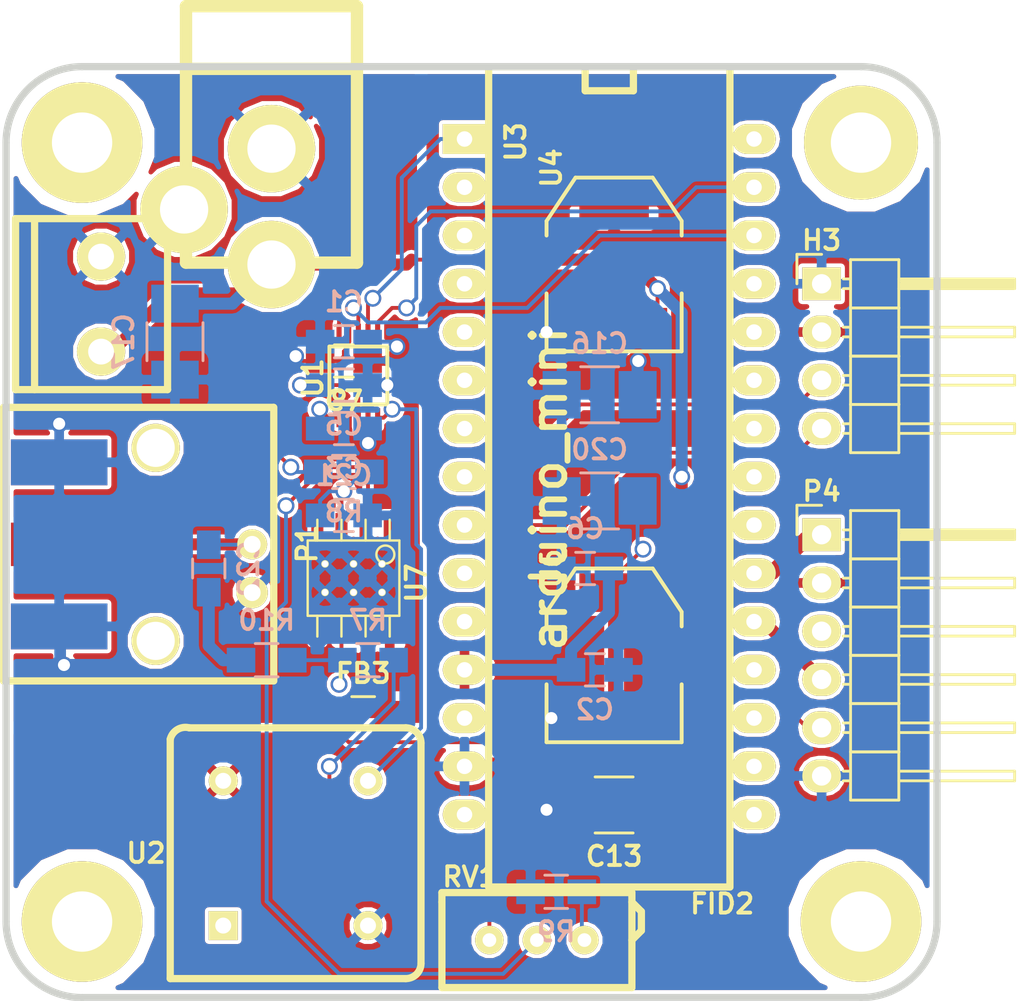
<source format=kicad_pcb>
(kicad_pcb (version 4) (host pcbnew 4.0.1-stable)
  (title_block (date "10 jun 2013"))
  (layers (0 Front signal) (31 Back signal hide) (35 F.Paste user hide) (36 B.SilkS user hide) (37 F.SilkS user hide) (38 B.Mask user) (39 F.Mask user) (44 Edge.Cuts user))
  (net 0 "")
  (net 1 "/Analog/Digital LDOs/AVDD")
  (net 2 "/Analog/Digital LDOs/DVDD")
  (net 3 "/Analog/Digital LDOs/VAOUT")
  (net 4 "/Analog/Digital LDOs/VIN")
  (net 5 "/Buffer Amplifier/AO")
  (net 6 "/Buffer Amplifier/RF-IN")
  (net 7 "/Buffer Amplifier/RF-OUT")
  (net 8 /DDS/DDS-~CS)
  (net 9 /DDS/MCLK)
  (net 10 /DDS/REFCAP)
  (net 11 /Microprocessor/DDS-MOSI)
  (net 12 /Microprocessor/DDS-SCK)
  (net 13 "Net-(C3-Pad1)")
  (net 14 "Net-(C21-Pad2)")
  (net 15 "Net-(C22-Pad1)")
  (net 16 "Net-(H3-Pad3)")
  (net 17 "Net-(H3-Pad4)")
  (net 18 "Net-(R7-Pad1)")
  (net 19 "Net-(R9-Pad2)")
  (net 20 "Net-(RV1-Pad2)")
  (net 21 "Net-(P4-Pad4)")
  (net 22 "Net-(P4-Pad1)")
  (net 23 "Net-(P4-Pad5)")
  (net 24 "/Buffer Amplifier/AGND")
  (module arduino:arduino_mini (layer Front) (at 31.75 22.86 270)
    (fp_text reference U3 (at -18.8976 4.9276 270) (layer F.SilkS) (effects (font (size 1.016 1.016) (thickness 0.2032))))
    (fp_text value arduino_mini (at -0.635 3.175 270) (layer F.SilkS) (effects (font (size 1.778 1.778) (thickness 0.3048))))
    (pad 1 thru_hole rect (at -19.05 7.62 270) (size 1.5748 2.286) (drill 0.8128) (layers *.Cu *.Mask F.SilkS) (net 12 /Microprocessor/DDS-SCK))
    (pad 2 thru_hole oval (at -16.51 7.62 270) (size 1.5748 2.286) (drill 0.8128) (layers *.Cu *.Mask F.SilkS))
    (pad 3 thru_hole oval (at -13.97 7.62 270) (size 1.5748 2.286) (drill 0.8128) (layers *.Cu *.Mask F.SilkS))
    (pad 4 thru_hole oval (at -11.43 7.62 270) (size 1.5748 2.286) (drill 0.8128) (layers *.Cu *.Mask F.SilkS))
    (pad 5 thru_hole oval (at -8.89 7.62 270) (size 1.5748 2.286) (drill 0.8128) (layers *.Cu *.Mask F.SilkS))
    (pad 6 thru_hole oval (at -6.35 7.62 270) (size 1.5748 2.286) (drill 0.8128) (layers *.Cu *.Mask F.SilkS))
    (pad 7 thru_hole oval (at -3.81 7.62 270) (size 1.5748 2.286) (drill 0.8128) (layers *.Cu *.Mask F.SilkS))
    (pad 8 thru_hole oval (at -1.27 7.62 270) (size 1.5748 2.286) (drill 0.8128) (layers *.Cu *.Mask F.SilkS) (net 16 "Net-(H3-Pad3)"))
    (pad 9 thru_hole oval (at 1.27 7.62 270) (size 1.5748 2.286) (drill 0.8128) (layers *.Cu *.Mask F.SilkS) (net 17 "Net-(H3-Pad4)"))
    (pad 10 thru_hole oval (at 3.81 7.62 270) (size 1.5748 2.286) (drill 0.8128) (layers *.Cu *.Mask F.SilkS))
    (pad 11 thru_hole oval (at 6.35 7.62 270) (size 1.5748 2.286) (drill 0.8128) (layers *.Cu *.Mask F.SilkS))
    (pad 12 thru_hole oval (at 8.89 7.62 270) (size 1.5748 2.286) (drill 0.8128) (layers *.Cu *.Mask F.SilkS) (net 2 "/Analog/Digital LDOs/DVDD"))
    (pad 13 thru_hole oval (at 11.43 7.62 270) (size 1.5748 2.286) (drill 0.8128) (layers *.Cu *.Mask F.SilkS))
    (pad 14 thru_hole oval (at 13.97 7.62 270) (size 1.5748 2.286) (drill 0.8128) (layers *.Cu *.Mask F.SilkS) (net 24 "/Buffer Amplifier/AGND"))
    (pad 15 thru_hole oval (at 16.51 7.62 270) (size 1.5748 2.286) (drill 0.8128) (layers *.Cu *.Mask F.SilkS))
    (pad 16 thru_hole oval (at 16.51 -7.62 270) (size 1.5748 2.286) (drill 0.8128) (layers *.Cu *.Mask F.SilkS))
    (pad 17 thru_hole oval (at 13.97 -7.62 270) (size 1.5748 2.286) (drill 0.8128) (layers *.Cu *.Mask F.SilkS))
    (pad 18 thru_hole oval (at 11.43 -7.62 270) (size 1.5748 2.286) (drill 0.8128) (layers *.Cu *.Mask F.SilkS))
    (pad 19 thru_hole oval (at 8.89 -7.62 270) (size 1.5748 2.286) (drill 0.8128) (layers *.Cu *.Mask F.SilkS))
    (pad 20 thru_hole oval (at 6.35 -7.62 270) (size 1.5748 2.286) (drill 0.8128) (layers *.Cu *.Mask F.SilkS) (net 21 "Net-(P4-Pad4)"))
    (pad 21 thru_hole oval (at 3.81 -7.62 270) (size 1.5748 2.286) (drill 0.8128) (layers *.Cu *.Mask F.SilkS) (net 22 "Net-(P4-Pad1)"))
    (pad 22 thru_hole oval (at 1.27 -7.62 270) (size 1.5748 2.286) (drill 0.8128) (layers *.Cu *.Mask F.SilkS) (net 23 "Net-(P4-Pad5)"))
    (pad 23 thru_hole oval (at -1.27 -7.62 270) (size 1.5748 2.286) (drill 0.8128) (layers *.Cu *.Mask F.SilkS))
    (pad 24 thru_hole oval (at -3.81 -7.62 270) (size 1.5748 2.286) (drill 0.8128) (layers *.Cu *.Mask F.SilkS))
    (pad 25 thru_hole oval (at -6.35 -7.62 270) (size 1.5748 2.286) (drill 0.8128) (layers *.Cu *.Mask F.SilkS))
    (pad 26 thru_hole oval (at -8.89 -7.62 270) (size 1.5748 2.286) (drill 0.8128) (layers *.Cu *.Mask F.SilkS))
    (pad 27 thru_hole oval (at -11.43 -7.62 270) (size 1.5748 2.286) (drill 0.8128) (layers *.Cu *.Mask F.SilkS))
    (pad 28 thru_hole oval (at -13.97 -7.62 270) (size 1.5748 2.286) (drill 0.8128) (layers *.Cu *.Mask F.SilkS) (net 8 /DDS/DDS-~CS))
    (pad 29 thru_hole oval (at -16.51 -7.62 270) (size 1.5748 2.286) (drill 0.8128) (layers *.Cu *.Mask F.SilkS) (net 11 /Microprocessor/DDS-MOSI))
    (pad 30 thru_hole oval (at -19.05 -7.62 270) (size 1.5748 2.286) (drill 0.8128) (layers *.Cu *.Mask F.SilkS))
  )
  (module SOT223 (layer Front) (at 32.004 30.988)
    (fp_text reference U6 (at -3.302 -4.572 90) (layer F.SilkS) (effects (font (size 1.016 1.016) (thickness 0.2032))))
    (fp_text value TLV1117-50CDCYR hide)
    (pad 4 smd rect (at 0 -3.302) (size 3.6576 2.032) (layers Front F.Paste F.Mask) (net 3 "/Analog/Digital LDOs/VAOUT"))
    (pad 2 smd rect (at 0 3.302) (size 1.016 2.032) (layers Front F.Paste F.Mask) (net 3 "/Analog/Digital LDOs/VAOUT"))
    (pad 3 smd rect (at 2.286 3.302) (size 1.016 2.032) (layers Front F.Paste F.Mask) (net 4 "/Analog/Digital LDOs/VIN"))
    (pad 1 smd rect (at -2.286 3.302) (size 1.016 2.032) (layers Front F.Paste F.Mask) (net 24 "/Buffer Amplifier/AGND"))
  )
  (module SOT223 (layer Front) (at 32.004 10.414)
    (fp_text reference U4 (at -3.302 -5.08 90) (layer F.SilkS) (effects (font (size 1.016 1.016) (thickness 0.2032))))
    (fp_text value TLV1117-50CDCYR hide)
    (pad 4 smd rect (at 0 -3.302) (size 3.6576 2.032) (layers Front F.Paste F.Mask) (net 2 "/Analog/Digital LDOs/DVDD"))
    (pad 2 smd rect (at 0 3.302) (size 1.016 2.032) (layers Front F.Paste F.Mask) (net 2 "/Analog/Digital LDOs/DVDD"))
    (pad 3 smd rect (at 2.286 3.302) (size 1.016 2.032) (layers Front F.Paste F.Mask) (net 4 "/Analog/Digital LDOs/VIN"))
    (pad 1 smd rect (at -2.286 3.302) (size 1.016 2.032) (layers Front F.Paste F.Mask) (net 24 "/Buffer Amplifier/AGND"))
  )
  (module MTG-4-40 (layer Front) (at 4 4)
    (fp_text reference MTG1 hide)
    (fp_text value CONN_1 hide)
    (pad 1 thru_hole circle (at 0 0) (size 6.35 6.35) (drill 3.175) (layers *.Cu *.Mask F.SilkS))
  )
  (module MTG-4-40 (layer Front) (at 45 4)
    (fp_text reference MTG2 hide)
    (fp_text value CONN_1 hide)
    (pad 1 thru_hole circle (at 0 0) (size 6 6) (drill 3.175) (layers *.Cu *.Mask F.SilkS))
  )
  (module MTG-4-40 (layer Front) (at 4 45)
    (fp_text reference MTG3 hide)
    (fp_text value CONN_1 hide)
    (pad 1 thru_hole circle (at 0 0) (size 6.35 6.35) (drill 3.175) (layers *.Cu *.Mask F.SilkS))
  )
  (module MTG-4-40 (layer Front) (at 45 45)
    (fp_text reference MTG4 hide)
    (fp_text value CONN_1 hide)
    (pad 1 thru_hole circle (at 0 0) (size 6.35 6.35) (drill 3.175) (layers *.Cu *.Mask F.SilkS))
  )
  (module MSOP10-0.5 (layer Front) (at 18.542 16.256)
    (fp_text reference U1 (at -2.398 0.128 90) (layer F.SilkS) (effects (font (size 1.016 1.016) (thickness 0.2032))))
    (fp_text value AD9833 hide)
    (pad 1 smd rect (at -1.016 2.2225) (size 0.26924 1.00076) (layers Front F.Paste F.Mask) (net 13 "Net-(C3-Pad1)"))
    (pad 2 smd rect (at -0.508 2.2225) (size 0.26924 1.00076) (layers Front F.Paste F.Mask) (net 1 "/Analog/Digital LDOs/AVDD"))
    (pad 3 smd rect (at 0 2.2225) (size 0.26924 1.00076) (layers Front F.Paste F.Mask) (net 10 /DDS/REFCAP))
    (pad 4 smd rect (at 0.508 2.2225) (size 0.26924 1.00076) (layers Front F.Paste F.Mask) (net 24 "/Buffer Amplifier/AGND"))
    (pad 5 smd rect (at 1.016 2.2225) (size 0.26924 1.00076) (layers Front F.Paste F.Mask) (net 9 /DDS/MCLK))
    (pad 6 smd rect (at 1.016 -2.2225) (size 0.26924 1.00076) (layers Front F.Paste F.Mask) (net 11 /Microprocessor/DDS-MOSI))
    (pad 7 smd rect (at 0.508 -2.2225) (size 0.26924 1.00076) (layers Front F.Paste F.Mask) (net 12 /Microprocessor/DDS-SCK))
    (pad 8 smd rect (at 0 -2.2225) (size 0.26924 1.00076) (layers Front F.Paste F.Mask) (net 8 /DDS/DDS-~CS))
    (pad 9 smd rect (at -0.508 -2.2225) (size 0.26924 1.00076) (layers Front F.Paste F.Mask) (net 24 "/Buffer Amplifier/AGND"))
    (pad 10 smd rect (at -1.016 -2.2225) (size 0.26924 1.00076) (layers Front F.Paste F.Mask) (net 6 "/Buffer Amplifier/RF-IN"))
  )
  (module OSC-ACHL (layer Front) (at 15.24 41.402)
    (fp_text reference U2 (at -7.874 0) (layer F.SilkS) (effects (font (size 1.016 1.016) (thickness 0.2032))))
    (fp_text value 25.000MHz hide)
    (pad 1 thru_hole rect (at -3.81 3.81) (size 1.524 1.524) (drill 0.8382) (layers *.Cu *.Mask F.SilkS))
    (pad 4 thru_hole circle (at 3.81 3.81) (size 1.524 1.524) (drill 0.8382) (layers *.Cu *.Mask F.SilkS) (net 24 "/Buffer Amplifier/AGND"))
    (pad 5 thru_hole circle (at 3.81 -3.81) (size 1.524 1.524) (drill 0.8382) (layers *.Cu *.Mask F.SilkS) (net 9 /DDS/MCLK))
    (pad 8 thru_hole circle (at -3.81 -3.81) (size 1.524 1.524) (drill 0.8382) (layers *.Cu *.Mask F.SilkS) (net 2 "/Analog/Digital LDOs/DVDD"))
  )
  (module POT-5X10MM (layer Front) (at 27.94 45.974 180)
    (fp_text reference RV1 (at 3.5306 3.3274 180) (layer F.SilkS) (effects (font (size 1.016 1.016) (thickness 0.2032))))
    (fp_text value 100K hide)
    (pad 1 thru_hole circle (at 2.5 0 180) (size 1.5 1.5) (drill 0.72) (layers *.Cu *.Mask F.SilkS) (net 18 "Net-(R7-Pad1)"))
    (pad 2 thru_hole circle (at 0 0 180) (size 1.5 1.5) (drill 0.72) (layers *.Cu *.Mask F.SilkS) (net 20 "Net-(RV1-Pad2)"))
    (pad 3 thru_hole circle (at -2.5 0 180) (size 1.5 1.5) (drill 0.72) (layers *.Cu *.Mask F.SilkS) (net 19 "Net-(R9-Pad2)"))
  )
  (module HSOP-8 (layer Front) (at 18.288 26.924 180)
    (fp_text reference U7 (at -3.302 -0.254 270) (layer F.SilkS) (effects (font (size 1.016 1.016) (thickness 0.2032))))
    (fp_text value OPA357-MSOP8 hide)
    (pad 1 smd rect (at -1.905 2.794 180) (size 0.635 1.27) (layers Front F.Paste F.Mask))
    (pad 2 smd rect (at -0.635 2.794 180) (size 0.635 1.27) (layers Front F.Paste F.Mask) (net 20 "Net-(RV1-Pad2)"))
    (pad 3 smd rect (at 0.635 2.794 180) (size 0.635 1.27) (layers Front F.Paste F.Mask) (net 14 "Net-(C21-Pad2)"))
    (pad 4 smd rect (at 1.905 2.794 180) (size 0.635 1.27) (layers Front F.Paste F.Mask) (net 24 "/Buffer Amplifier/AGND"))
    (pad 5 smd rect (at 1.905 -2.794 180) (size 0.635 1.27) (layers Front F.Paste F.Mask))
    (pad 6 smd rect (at 0.635 -2.794 180) (size 0.635 1.27) (layers Front F.Paste F.Mask) (net 5 "/Buffer Amplifier/AO"))
    (pad 7 smd rect (at -0.635 -2.794 180) (size 0.635 1.27) (layers Front F.Paste F.Mask) (net 1 "/Analog/Digital LDOs/AVDD"))
    (pad 8 smd rect (at -1.905 -2.794 180) (size 0.635 1.27) (layers Front F.Paste F.Mask) (net 1 "/Analog/Digital LDOs/AVDD"))
    (pad 9 smd rect (at 0 0 180) (size 4.89 2.94) (layers Front F.Paste F.Mask) (net 24 "/Buffer Amplifier/AGND"))
    (pad 9 thru_hole circle (at 1.5 -0.75 180) (size 0.4 0.4) (drill 0.33) (layers *.Cu *.Mask F.SilkS) (net 24 "/Buffer Amplifier/AGND"))
    (pad 9 thru_hole circle (at 0 -0.75 180) (size 0.4 0.4) (drill 0.33) (layers *.Cu *.Mask F.SilkS) (net 24 "/Buffer Amplifier/AGND"))
    (pad 9 thru_hole circle (at 1.5 0.75 180) (size 0.4 0.4) (drill 0.33) (layers *.Cu *.Mask F.SilkS) (net 24 "/Buffer Amplifier/AGND"))
    (pad 9 thru_hole circle (at 0 0.75 180) (size 0.4 0.4) (drill 0.33) (layers *.Cu *.Mask F.SilkS) (net 24 "/Buffer Amplifier/AGND"))
    (pad 9 thru_hole circle (at -1.5 -0.75 180) (size 0.4 0.4) (drill 0.33) (layers *.Cu *.Mask F.SilkS) (net 24 "/Buffer Amplifier/AGND"))
    (pad 9 thru_hole circle (at -1.5 0.75 180) (size 0.4 0.4) (drill 0.33) (layers *.Cu *.Mask F.SilkS) (net 24 "/Buffer Amplifier/AGND"))
  )
  (module FIDUCIAL (layer Front) (at 17.526 2.032)
    (fp_text reference FID1 hide)
    (fp_text value CONN_1 hide)
    (pad 1 smd circle (at 0 0) (size 1 1) (layers Front F.Paste F.Mask) (clearance 1))
  )
  (module FIDUCIAL (layer Front) (at 37.592 46.228)
    (fp_text reference FID2 (at 0.1016 -2.159) (layer F.SilkS) (effects (font (size 1.016 1.016) (thickness 0.2032))))
    (fp_text value CONN_1 hide)
    (pad 1 smd circle (at 0 0) (size 1 1) (layers Front F.Paste F.Mask) (clearance 1))
  )
  (module Capacitors_SMD:C_0805_HandSoldering (layer Back) (at 17.78 14.478 180)
    (fp_text reference C1 (at 0 2.1 180) (layer B.SilkS) (effects (font (size 1.016 1.016) (thickness 0.2032)) (justify mirror)))
    (fp_text value 0.1uF)
    (pad 1 smd rect (at -1.25 0 180) (size 1.5 1.25) (layers Back B.Mask) (net 1 "/Analog/Digital LDOs/AVDD"))
    (pad 2 smd rect (at 1.25 0 180) (size 1.5 1.25) (layers Back B.Mask) (net 24 "/Buffer Amplifier/AGND"))
  )
  (module Capacitors_SMD:C_0805_HandSoldering (layer Back) (at 30.988 31.75)
    (fp_text reference C2 (at 0 2.1) (layer B.SilkS) (effects (font (size 1.016 1.016) (thickness 0.2032)) (justify mirror)))
    (fp_text value 0.1uF)
    (pad 1 smd rect (at -1.25 0) (size 1.5 1.25) (layers Back B.Mask) (net 2 "/Analog/Digital LDOs/DVDD"))
    (pad 2 smd rect (at 1.25 0) (size 1.5 1.25) (layers Back B.Mask) (net 24 "/Buffer Amplifier/AGND"))
  )
  (module Capacitors_SMD:C_0805_HandSoldering (layer Back) (at 17.78 19.05)
    (fp_text reference C3 (at 0 2.1) (layer B.SilkS) (effects (font (size 1.016 1.016) (thickness 0.2032)) (justify mirror)))
    (fp_text value 10nF)
    (pad 1 smd rect (at -1.25 0) (size 1.5 1.25) (layers Back B.Mask) (net 13 "Net-(C3-Pad1)"))
    (pad 2 smd rect (at 1.25 0) (size 1.5 1.25) (layers Back B.Mask) (net 1 "/Analog/Digital LDOs/AVDD"))
  )
  (module Capacitors_SMD:C_0805_HandSoldering (layer Back) (at 17.78 16.764)
    (fp_text reference C5 (at 0 2.1) (layer B.SilkS) (effects (font (size 1.016 1.016) (thickness 0.2032)) (justify mirror)))
    (fp_text value 10nF)
    (pad 1 smd rect (at -1.25 0) (size 1.5 1.25) (layers Back B.Mask) (net 10 /DDS/REFCAP))
    (pad 2 smd rect (at 1.25 0) (size 1.5 1.25) (layers Back B.Mask) (net 24 "/Buffer Amplifier/AGND"))
  )
  (module Capacitors_SMD:C_0805_HandSoldering (layer Back) (at 30.48 26.416 180)
    (fp_text reference C6 (at 0 2.1 180) (layer B.SilkS) (effects (font (size 1.016 1.016) (thickness 0.2032)) (justify mirror)))
    (fp_text value 0.1uF)
    (pad 1 smd rect (at -1.25 0 180) (size 1.5 1.25) (layers Back B.Mask) (net 2 "/Analog/Digital LDOs/DVDD"))
    (pad 2 smd rect (at 1.25 0 180) (size 1.5 1.25) (layers Back B.Mask) (net 24 "/Buffer Amplifier/AGND"))
  )
  (module Capacitors_SMD:C_0805_HandSoldering (layer Front) (at 17.78 15.494 180)
    (fp_text reference C7 (at 0 -2.1 180) (layer F.SilkS) (effects (font (size 1.016 1.016) (thickness 0.2032))))
    (fp_text value 0.1uF hide)
    (pad 1 smd rect (at -1.25 0 180) (size 1.5 1.25) (layers Front F.Paste F.Mask) (net 1 "/Analog/Digital LDOs/AVDD"))
    (pad 2 smd rect (at 1.25 0 180) (size 1.5 1.25) (layers Front F.Paste F.Mask) (net 24 "/Buffer Amplifier/AGND"))
  )
  (module Capacitors_SMD:C_1210_HandSoldering (layer Front) (at 32.004 38.862 180)
    (fp_text reference C13 (at 0 -2.7 180) (layer F.SilkS) (effects (font (size 1.016 1.016) (thickness 0.2032))))
    (fp_text value 10uF hide)
    (pad 1 smd rect (at -2 0 180) (size 2 2.5) (layers Front F.Mask) (net 4 "/Analog/Digital LDOs/VIN"))
    (pad 2 smd rect (at 2 0 180) (size 2 2.5) (layers Front F.Mask) (net 24 "/Buffer Amplifier/AGND"))
  )
  (module Capacitors_SMD:C_1210_HandSoldering (layer Back) (at 31.242 17.272 180)
    (fp_text reference C16 (at 0 2.7 180) (layer B.SilkS) (effects (font (size 1.016 1.016) (thickness 0.2032)) (justify mirror)))
    (fp_text value 1uF)
    (pad 1 smd rect (at -2 0 180) (size 2 2.5) (layers Back B.Mask) (net 2 "/Analog/Digital LDOs/DVDD"))
    (pad 2 smd rect (at 2 0 180) (size 2 2.5) (layers Back B.Mask) (net 24 "/Buffer Amplifier/AGND"))
  )
  (module Capacitors_SMD:C_1210_HandSoldering (layer Back) (at 8.89 14.478 270)
    (fp_text reference C17 (at 0 2.7 270) (layer B.SilkS) (effects (font (size 1.016 1.016) (thickness 0.2032)) (justify mirror)))
    (fp_text value 10uF)
    (pad 1 smd rect (at -2 0 270) (size 2 2.5) (layers Back B.Mask) (net 4 "/Analog/Digital LDOs/VIN"))
    (pad 2 smd rect (at 2 0 270) (size 2 2.5) (layers Back B.Mask) (net 24 "/Buffer Amplifier/AGND"))
  )
  (module Capacitors_SMD:C_1210_HandSoldering (layer Back) (at 31.242 22.86 180)
    (fp_text reference C20 (at 0 2.7 180) (layer B.SilkS) (effects (font (size 1.016 1.016) (thickness 0.2032)) (justify mirror)))
    (fp_text value 1uF)
    (pad 1 smd rect (at -2 0 180) (size 2 2.5) (layers Back B.Mask) (net 3 "/Analog/Digital LDOs/VAOUT"))
    (pad 2 smd rect (at 2 0 180) (size 2 2.5) (layers Back B.Mask) (net 24 "/Buffer Amplifier/AGND"))
  )
  (module Capacitors_SMD:C_0805_HandSoldering (layer Back) (at 17.78 23.622 180)
    (fp_text reference C21 (at 0 2.1 180) (layer B.SilkS) (effects (font (size 1.016 1.016) (thickness 0.2032)) (justify mirror)))
    (fp_text value 10pF)
    (pad 1 smd rect (at -1.25 0 180) (size 1.5 1.25) (layers Back B.Mask) (net 24 "/Buffer Amplifier/AGND"))
    (pad 2 smd rect (at 1.25 0 180) (size 1.5 1.25) (layers Back B.Mask) (net 14 "Net-(C21-Pad2)"))
  )
  (module Capacitors_SMD:C_0805_HandSoldering (layer Back) (at 10.668 26.416 90)
    (fp_text reference C22 (at 0 2.1 90) (layer B.SilkS) (effects (font (size 1.016 1.016) (thickness 0.2032)) (justify mirror)))
    (fp_text value .33uF)
    (pad 1 smd rect (at -1.25 0 90) (size 1.5 1.25) (layers Back B.Mask) (net 15 "Net-(C22-Pad1)"))
    (pad 2 smd rect (at 1.25 0 90) (size 1.5 1.25) (layers Back B.Mask) (net 7 "/Buffer Amplifier/RF-OUT"))
  )
  (module Resistors_SMD:R_0805_HandSoldering (layer Front) (at 18.796 34.036)
    (fp_text reference FB3 (at 0 -2.1) (layer F.SilkS) (effects (font (size 1.016 1.016) (thickness 0.2032))))
    (fp_text value MPZ2012S101A hide)
    (pad 1 smd rect (at -1.35 0) (size 1.5 1.3) (layers Front F.Paste F.Mask) (net 3 "/Analog/Digital LDOs/VAOUT"))
    (pad 2 smd rect (at 1.35 0) (size 1.5 1.3) (layers Front F.Paste F.Mask) (net 1 "/Analog/Digital LDOs/AVDD"))
  )
  (module Pin_Headers:Pin_Header_Angled_1x04 (layer Front) (at 42.926 11.43)
    (fp_text reference H3 (at 0 -2.286) (layer F.SilkS) (effects (font (size 1.016 1.016) (thickness 0.2032))))
    (fp_text value CONN_4 hide)
    (pad 1 thru_hole rect (at 0 0) (size 2.032 1.7272) (drill 1.016) (layers *.Cu *.Mask F.SilkS) (net 24 "/Buffer Amplifier/AGND"))
    (pad 2 thru_hole oval (at 0 2.54) (size 2.032 1.7272) (drill 1.016) (layers *.Cu *.Mask F.SilkS) (net 2 "/Analog/Digital LDOs/DVDD"))
    (pad 3 thru_hole oval (at 0 5.08) (size 2.032 1.7272) (drill 1.016) (layers *.Cu *.Mask F.SilkS) (net 16 "Net-(H3-Pad3)"))
    (pad 4 thru_hole oval (at 0 7.62) (size 2.032 1.7272) (drill 1.016) (layers *.Cu *.Mask F.SilkS) (net 17 "Net-(H3-Pad4)"))
  )
  (module Resistors_SMD:R_0805_HandSoldering (layer Back) (at 19.05 31.242 180)
    (fp_text reference R7 (at 0 2.1 180) (layer B.SilkS) (effects (font (size 1.016 1.016) (thickness 0.2032)) (justify mirror)))
    (fp_text value 510K)
    (pad 1 smd rect (at -1.35 0 180) (size 1.5 1.3) (layers Back B.Mask) (net 18 "Net-(R7-Pad1)"))
    (pad 2 smd rect (at 1.35 0 180) (size 1.5 1.3) (layers Back B.Mask) (net 5 "/Buffer Amplifier/AO"))
  )
  (module Resistors_SMD:R_0805_HandSoldering (layer Back) (at 17.78 21.336)
    (fp_text reference R8 (at 0 2.1) (layer B.SilkS) (effects (font (size 1.016 1.016) (thickness 0.2032)) (justify mirror)))
    (fp_text value 20)
    (pad 1 smd rect (at -1.35 0) (size 1.5 1.3) (layers Back B.Mask) (net 6 "/Buffer Amplifier/RF-IN"))
    (pad 2 smd rect (at 1.35 0) (size 1.5 1.3) (layers Back B.Mask) (net 14 "Net-(C21-Pad2)"))
  )
  (module Resistors_SMD:R_0805_HandSoldering (layer Back) (at 28.956 43.434)
    (fp_text reference R9 (at 0 2.1) (layer B.SilkS) (effects (font (size 1.016 1.016) (thickness 0.2032)) (justify mirror)))
    (fp_text value 82K)
    (pad 1 smd rect (at -1.35 0) (size 1.5 1.3) (layers Back B.Mask) (net 24 "/Buffer Amplifier/AGND"))
    (pad 2 smd rect (at 1.35 0) (size 1.5 1.3) (layers Back B.Mask) (net 19 "Net-(R9-Pad2)"))
  )
  (module Resistors_SMD:R_0805_HandSoldering (layer Back) (at 13.716 31.242 180)
    (fp_text reference R10 (at 0 2.1 180) (layer B.SilkS) (effects (font (size 1.016 1.016) (thickness 0.2032)) (justify mirror)))
    (fp_text value 001)
    (pad 1 smd rect (at -1.35 0 180) (size 1.5 1.3) (layers Back B.Mask) (net 5 "/Buffer Amplifier/AO"))
    (pad 2 smd rect (at 1.35 0 180) (size 1.5 1.3) (layers Back B.Mask) (net 15 "Net-(C22-Pad1)"))
  )
  (module DougsNewMods:DCJ-NEW (layer Front) (at 13.97 4.318 270)
    (fp_text reference J1 hide)
    (fp_text value DCJ0202 hide)
    (pad 2 thru_hole circle (at 0 0 270) (size 4.6 4.6) (drill 2.54) (layers *.Cu *.Mask F.SilkS) (net 24 "/Buffer Amplifier/AGND"))
    (pad 1 thru_hole circle (at 6.1 0 270) (size 4.6 4.6) (drill 2.54) (layers *.Cu *.Mask F.SilkS) (net 4 "/Analog/Digital LDOs/VIN"))
    (pad 3 thru_hole circle (at 3.2 4.6 270) (size 4.6 4.6) (drill 2.54) (layers *.Cu *.Mask F.SilkS) (net 24 "/Buffer Amplifier/AGND"))
  )
  (module Pin_Headers:Pin_Header_Angled_1x06 (layer Front) (at 42.926 24.638)
    (fp_text reference P4 (at 0 -2.286) (layer F.SilkS) (effects (font (size 1.016 1.016) (thickness 0.2032))))
    (fp_text value CONN_01X06 hide)
    (pad 1 thru_hole rect (at 0 0) (size 2.032 1.7272) (drill 1.016) (layers *.Cu *.Mask F.SilkS) (net 22 "Net-(P4-Pad1)"))
    (pad 2 thru_hole oval (at 0 2.54) (size 2.032 1.7272) (drill 1.016) (layers *.Cu *.Mask F.SilkS) (net 2 "/Analog/Digital LDOs/DVDD"))
    (pad 3 thru_hole oval (at 0 5.08) (size 2.032 1.7272) (drill 1.016) (layers *.Cu *.Mask F.SilkS))
    (pad 4 thru_hole oval (at 0 7.62) (size 2.032 1.7272) (drill 1.016) (layers *.Cu *.Mask F.SilkS) (net 21 "Net-(P4-Pad4)"))
    (pad 5 thru_hole oval (at 0 10.16) (size 2.032 1.7272) (drill 1.016) (layers *.Cu *.Mask F.SilkS) (net 23 "Net-(P4-Pad5)"))
    (pad 6 thru_hole oval (at 0 12.7) (size 2.032 1.7272) (drill 1.016) (layers *.Cu *.Mask F.SilkS) (net 24 "/Buffer Amplifier/AGND"))
  )
  (module dougsLib:BNC-RT (layer Front) (at 12.954 25.146 90)
    (fp_text reference P1 (at 0.0254 2.8829 90) (layer F.SilkS) (effects (font (size 1.016 1.016) (thickness 0.2032))))
    (fp_text value BNC hide)
    (pad 1 thru_hole circle (at 0 0 90) (size 1.5748 1.5748) (drill 0.889) (layers *.Cu *.Mask F.SilkS) (net 7 "/Buffer Amplifier/RF-OUT"))
    (pad 2 thru_hole circle (at -2.54 0 90) (size 1.651 1.651) (drill 0.889) (layers *.Cu *.Mask F.SilkS) (net 24 "/Buffer Amplifier/AGND"))
    (pad "" thru_hole circle (at -5.08 -5.08 90) (size 2.54 2.54) (drill 2.00914) (layers *.Cu *.Mask F.SilkS))
    (pad "" thru_hole circle (at 5.08 -5.08 90) (size 2.54 2.54) (drill 2.00914) (layers *.Cu *.Mask F.SilkS))
  )
  (module dougsLib:TB2-5MM (layer Front) (at 5 15 90)
    (fp_text reference P2 (at 1 -6 90) (layer F.SilkS) (effects (font (size 1.016 1.016) (thickness 0.2032))))
    (fp_text value CONN_2 hide)
    (pad 1 thru_hole circle (at 0 0 90) (size 2.54 2.54) (drill 1.3589) (layers *.Cu *.Mask F.SilkS) (net 4 "/Analog/Digital LDOs/VIN"))
    (pad 2 thru_hole circle (at 5 0 90) (size 2.54 2.54) (drill 1.3589) (layers *.Cu *.Mask F.SilkS) (net 24 "/Buffer Amplifier/AGND"))
  )
  (module dougsLib:SMA_EDGE (layer Front) (at 2.794 25.146)
    (fp_text reference P3 (at -4.318 0 90) (layer F.SilkS) (effects (font (size 1.016 1.016) (thickness 0.2032))))
    (fp_text value CONN_2 hide)
    (pad 1 smd rect (at 0 0) (size 5.08 2.286) (layers Front F.Paste F.Mask) (net 7 "/Buffer Amplifier/RF-OUT"))
    (pad 2 smd rect (at 0 -4.318) (size 5.08 2.413) (layers Front F.Paste F.Mask) (net 24 "/Buffer Amplifier/AGND"))
    (pad 2 smd rect (at 0 4.318) (size 5.08 2.413) (layers Front F.Paste F.Mask) (net 24 "/Buffer Amplifier/AGND"))
    (pad 2 smd rect (at 0 -4.318) (size 5.08 2.413) (layers Back B.Mask) (net 24 "/Buffer Amplifier/AGND"))
    (pad 2 smd rect (at 0 4.318) (size 5.08 2.413) (layers Back B.Mask) (net 24 "/Buffer Amplifier/AGND"))
  )
  (gr_line (start 0 45) (end 0 4) (angle 90) (layer Edge.Cuts) (width 0.381))
  (gr_line (start 45 49) (end 4 49) (angle 90) (layer Edge.Cuts) (width 0.381))
  (gr_line (start 49 4) (end 49 45) (angle 90) (layer Edge.Cuts) (width 0.381))
  (gr_line (start 4 0) (end 45 0) (angle 90) (layer Edge.Cuts) (width 0.381))
  (gr_arc (start 4 45) (end 4 49) (angle 90) (layer Edge.Cuts) (width 0.381))
  (gr_arc (start 45 45) (end 49 45) (angle 90) (layer Edge.Cuts) (width 0.381))
  (gr_arc (start 45 4) (end 45 0) (angle 90) (layer Edge.Cuts) (width 0.381))
  (gr_arc (start 4 4) (end 0 4) (angle 90) (layer Edge.Cuts) (width 0.381))
  (gr_text RST (at 9.3472 6.9596) (layer F.SilkS) (effects (font (size 1.27 1.016) (thickness 0.254))))
  (segment (start 20.146 29.765) (end 20.193 29.718) (width 0.2032) (layer Front) (net 1))
  (segment (start 19.03 19.05) (end 19.03 19.792) (width 0.2032) (layer Back) (net 1))
  (via (at 19.05 19.812) (size 0.889) (drill 0.635) (layers Front Back) (net 1))
  (segment (start 19.03 19.792) (end 19.05 19.812) (width 0.2032) (layer Back) (net 1))
  (segment (start 20.146 29.765) (end 20.193 29.718) (width 0.2032) (layer Front) (net 1))
  (segment (start 19.03 15.494) (end 19.812 15.494) (width 0.2032) (layer Front) (net 1))
  (segment (start 20.32 14.478) (end 19.03 14.478) (width 0.2032) (layer Back) (net 1))
  (segment (start 20.574 14.732) (end 20.32 14.478) (width 0.2032) (layer Back) (net 1))
  (via (at 20.574 14.732) (size 0.889) (drill 0.635) (layers Front Back) (net 1))
  (segment (start 19.812 15.494) (end 20.574 14.732) (width 0.2032) (layer Front) (net 1))
  (segment (start 20.193 29.718) (end 20.193 29.591) (width 0.2032) (layer Front) (net 1))
  (segment (start 33.242 17.272) (end 33.242 15.526) (width 0.635) (layer Back) (net 2))
  (via (at 33.274 15.494) (size 0.889) (drill 0.635) (layers Front Back) (net 2))
  (segment (start 33.242 15.526) (end 33.274 15.494) (width 0.635) (layer Back) (net 2))
  (segment (start 24.13 31.75) (end 29.738 31.75) (width 0.635) (layer Back) (net 2))
  (segment (start 29.738 31.75) (end 29.738 30.714) (width 0.635) (layer Back) (net 2))
  (segment (start 29.738 30.714) (end 31.73 28.722) (width 0.635) (layer Back) (net 2))
  (segment (start 31.73 28.722) (end 31.73 26.416) (width 0.635) (layer Back) (net 2))
  (segment (start 32.004 34.29) (end 32.004 27.686) (width 0.635) (layer Front) (net 3))
  (segment (start 32.004 34.29) (end 32.004 34.798) (width 0.2032) (layer Front) (net 3))
  (segment (start 32.004 34.798) (end 30.734 36.068) (width 0.2032) (layer Front) (net 3))
  (segment (start 17.446 34.972) (end 17.446 34.036) (width 0.2032) (layer Front) (net 3))
  (segment (start 18.034 35.56) (end 17.446 34.972) (width 0.2032) (layer Front) (net 3))
  (segment (start 25.146 35.56) (end 18.034 35.56) (width 0.2032) (layer Front) (net 3))
  (segment (start 25.654 36.068) (end 25.146 35.56) (width 0.2032) (layer Front) (net 3))
  (segment (start 30.734 36.068) (end 25.654 36.068) (width 0.2032) (layer Front) (net 3))
  (segment (start 32.004 27.686) (end 32.004 26.924) (width 0.2032) (layer Front) (net 3))
  (segment (start 32.004 26.924) (end 33.528 25.4) (width 0.2032) (layer Front) (net 3))
  (segment (start 33.242 25.114) (end 33.242 22.86) (width 0.2032) (layer Back) (net 3))
  (segment (start 33.528 25.4) (end 33.242 25.114) (width 0.2032) (layer Back) (net 3))
  (via (at 33.528 25.4) (size 0.889) (drill 0.635) (layers Front Back) (net 3))
  (segment (start 5 15) (end 5.574 15) (width 0.635) (layer Front) (net 4))
  (segment (start 5.574 15) (end 8.636 11.938) (width 0.635) (layer Front) (net 4))
  (segment (start 8.636 11.938) (end 12.45 11.938) (width 0.635) (layer Front) (net 4))
  (segment (start 12.45 11.938) (end 13.97 10.418) (width 0.635) (layer Front) (net 4))
  (segment (start 8.89 12.478) (end 11.91 12.478) (width 0.635) (layer Back) (net 4))
  (segment (start 11.91 12.478) (end 13.97 10.418) (width 0.635) (layer Back) (net 4))
  (segment (start 13.97 10.418) (end 21.078 10.418) (width 0.635) (layer Front) (net 4))
  (segment (start 32.766 10.16) (end 34.29 11.684) (width 0.635) (layer Front) (net 4))
  (segment (start 26.416 10.16) (end 21.336 10.16) (width 0.2032) (layer Front) (net 4))
  (segment (start 26.416 10.16) (end 32.766 10.16) (width 0.635) (layer Front) (net 4))
  (segment (start 21.078 10.418) (end 21.336 10.16) (width 0.635) (layer Front) (net 4))
  (segment (start 35.56 21.59) (end 35.56 12.954) (width 0.635) (layer Back) (net 4))
  (via (at 35.56 21.59) (size 0.889) (drill 0.635) (layers Front Back) (net 4))
  (via (at 34.29 11.684) (size 0.889) (drill 0.635) (layers Front Back) (net 4))
  (segment (start 34.29 30.734) (end 35.56 29.464) (width 0.635) (layer Front) (net 4))
  (segment (start 35.56 29.464) (end 35.56 21.59) (width 0.635) (layer Front) (net 4))
  (segment (start 34.29 34.29) (end 34.29 30.734) (width 0.635) (layer Front) (net 4))
  (segment (start 35.56 12.954) (end 34.29 11.684) (width 0.635) (layer Back) (net 4))
  (segment (start 34.004 38.862) (end 34.004 36.608) (width 0.635) (layer Front) (net 4))
  (segment (start 34.29 36.322) (end 34.29 34.29) (width 0.635) (layer Front) (net 4))
  (segment (start 34.004 36.608) (end 34.29 36.322) (width 0.635) (layer Front) (net 4))
  (segment (start 11.91 12.478) (end 13.97 10.418) (width 0.2032) (layer Back) (net 4))
  (segment (start 14.228 10.16) (end 13.97 10.418) (width 0.2032) (layer Front) (net 4))
  (segment (start 34.29 11.684) (end 34.29 13.716) (width 0.2032) (layer Front) (net 4))
  (segment (start 17.7 31.242) (end 17.7 32.338) (width 0.2032) (layer Back) (net 5))
  (segment (start 17.653 32.385) (end 17.653 29.718) (width 0.2032) (layer Front) (net 5))
  (segment (start 17.526 32.512) (end 17.653 32.385) (width 0.2032) (layer Front) (net 5))
  (via (at 17.526 32.512) (size 0.889) (drill 0.635) (layers Front Back) (net 5))
  (segment (start 17.7 32.338) (end 17.526 32.512) (width 0.2032) (layer Back) (net 5))
  (segment (start 15.066 31.242) (end 17.7 31.242) (width 0.2032) (layer Back) (net 5))
  (segment (start 17.526 14.0335) (end 17.526 12.954) (width 0.2032) (layer Front) (net 6))
  (segment (start 13.462 19.558) (end 14.986 21.082) (width 0.2032) (layer Front) (net 6))
  (segment (start 13.462 14.732) (end 13.462 19.558) (width 0.2032) (layer Front) (net 6))
  (segment (start 15.494 12.7) (end 13.462 14.732) (width 0.2032) (layer Front) (net 6))
  (segment (start 17.272 12.7) (end 15.494 12.7) (width 0.2032) (layer Front) (net 6))
  (segment (start 17.526 12.954) (end 17.272 12.7) (width 0.2032) (layer Front) (net 6))
  (segment (start 15.24 21.336) (end 16.43 21.336) (width 0.2032) (layer Back) (net 6))
  (via (at 14.986 21.082) (size 0.889) (drill 0.635) (layers Front Back) (net 6))
  (segment (start 14.986 21.082) (end 15.24 21.336) (width 0.2032) (layer Back) (net 6))
  (segment (start 12.954 25.146) (end 2.794 25.146) (width 0.635) (layer Front) (net 7))
  (segment (start 10.668 25.166) (end 12.934 25.166) (width 0.2032) (layer Back) (net 7))
  (segment (start 12.934 25.166) (end 12.954 25.146) (width 0.2032) (layer Back) (net 7))
  (segment (start 18.542 14.0335) (end 18.542 12.954) (width 0.2032) (layer Front) (net 8))
  (segment (start 31.242 8.89) (end 39.37 8.89) (width 0.2032) (layer Back) (net 8))
  (segment (start 27.432 12.7) (end 31.242 8.89) (width 0.2032) (layer Back) (net 8))
  (segment (start 22.86 12.7) (end 27.432 12.7) (width 0.2032) (layer Back) (net 8))
  (segment (start 22.098 13.462) (end 22.86 12.7) (width 0.2032) (layer Back) (net 8))
  (segment (start 19.05 13.462) (end 22.098 13.462) (width 0.2032) (layer Back) (net 8))
  (segment (start 18.288 12.7) (end 19.05 13.462) (width 0.2032) (layer Back) (net 8))
  (via (at 18.288 12.7) (size 0.889) (drill 0.635) (layers Front Back) (net 8))
  (segment (start 18.542 12.954) (end 18.288 12.7) (width 0.2032) (layer Front) (net 8))
  (segment (start 19.558 18.4785) (end 19.8755 18.4785) (width 0.2032) (layer Front) (net 9))
  (segment (start 21.844 34.798) (end 19.05 37.592) (width 0.2032) (layer Back) (net 9))
  (segment (start 21.844 25.4) (end 21.844 34.798) (width 0.2032) (layer Back) (net 9))
  (segment (start 21.59 25.146) (end 21.844 25.4) (width 0.2032) (layer Back) (net 9))
  (segment (start 21.59 18.034) (end 21.59 25.146) (width 0.2032) (layer Back) (net 9))
  (segment (start 20.32 18.034) (end 21.59 18.034) (width 0.2032) (layer Back) (net 9))
  (via (at 20.32 18.034) (size 0.889) (drill 0.635) (layers Front Back) (net 9))
  (segment (start 19.8755 18.4785) (end 20.32 18.034) (width 0.2032) (layer Front) (net 9))
  (segment (start 18.542 18.4785) (end 18.542 17.272) (width 0.2032) (layer Front) (net 10))
  (segment (start 15.494 16.764) (end 16.53 16.764) (width 0.2032) (layer Back) (net 10))
  (via (at 15.494 16.764) (size 0.889) (drill 0.635) (layers Front Back) (net 10))
  (segment (start 18.034 16.764) (end 15.494 16.764) (width 0.2032) (layer Front) (net 10))
  (segment (start 18.542 17.272) (end 18.034 16.764) (width 0.2032) (layer Front) (net 10))
  (segment (start 19.558 14.0335) (end 19.558 13.462) (width 0.2032) (layer Front) (net 11))
  (segment (start 36.322 6.35) (end 39.37 6.35) (width 0.2032) (layer Back) (net 11))
  (segment (start 35.052 7.62) (end 36.322 6.35) (width 0.2032) (layer Back) (net 11))
  (segment (start 22.352 7.62) (end 35.052 7.62) (width 0.2032) (layer Back) (net 11))
  (segment (start 21.59 8.382) (end 22.352 7.62) (width 0.2032) (layer Back) (net 11))
  (segment (start 21.59 12.192) (end 21.59 8.382) (width 0.2032) (layer Back) (net 11))
  (segment (start 21.082 12.7) (end 21.59 12.192) (width 0.2032) (layer Back) (net 11))
  (via (at 21.082 12.7) (size 0.889) (drill 0.635) (layers Front Back) (net 11))
  (segment (start 20.32 12.7) (end 21.082 12.7) (width 0.2032) (layer Front) (net 11))
  (segment (start 19.558 13.462) (end 20.32 12.7) (width 0.2032) (layer Front) (net 11))
  (segment (start 19.05 14.0335) (end 19.05 12.446) (width 0.2032) (layer Front) (net 12))
  (segment (start 22.86 3.81) (end 24.13 3.81) (width 0.2032) (layer Back) (net 12))
  (segment (start 20.828 5.842) (end 22.86 3.81) (width 0.2032) (layer Back) (net 12))
  (segment (start 20.828 10.668) (end 20.828 5.842) (width 0.2032) (layer Back) (net 12))
  (segment (start 19.304 12.192) (end 20.828 10.668) (width 0.2032) (layer Back) (net 12))
  (via (at 19.304 12.192) (size 0.889) (drill 0.635) (layers Front Back) (net 12))
  (segment (start 19.05 12.446) (end 19.304 12.192) (width 0.2032) (layer Front) (net 12))
  (segment (start 16.53 19.05) (end 16.53 18.054) (width 0.2032) (layer Back) (net 13))
  (segment (start 16.9545 18.4785) (end 17.526 18.4785) (width 0.2032) (layer Front) (net 13))
  (segment (start 16.51 18.034) (end 16.9545 18.4785) (width 0.2032) (layer Front) (net 13))
  (via (at 16.51 18.034) (size 0.889) (drill 0.635) (layers Front Back) (net 13))
  (segment (start 16.53 18.054) (end 16.51 18.034) (width 0.2032) (layer Back) (net 13))
  (segment (start 16.53 23.622) (end 16.53 22.84) (width 0.2032) (layer Back) (net 14))
  (segment (start 17.018 22.352) (end 17.78 22.352) (width 0.2032) (layer Back) (net 14))
  (segment (start 16.53 22.84) (end 17.018 22.352) (width 0.2032) (layer Back) (net 14))
  (segment (start 19.13 21.336) (end 18.796 21.336) (width 0.2032) (layer Back) (net 14))
  (segment (start 18.796 21.336) (end 17.78 22.352) (width 0.2032) (layer Back) (net 14))
  (via (at 17.78 22.352) (size 0.889) (drill 0.635) (layers Front Back) (net 14))
  (segment (start 17.78 22.352) (end 17.653 22.479) (width 0.2032) (layer Front) (net 14))
  (segment (start 17.653 22.479) (end 17.653 24.13) (width 0.2032) (layer Front) (net 14))
  (segment (start 12.366 31.242) (end 11.43 31.242) (width 0.635) (layer Back) (net 15))
  (segment (start 11.43 31.242) (end 10.668 30.48) (width 0.635) (layer Back) (net 15))
  (segment (start 10.668 30.48) (end 10.668 27.666) (width 0.635) (layer Back) (net 15))
  (segment (start 11.43 31.242) (end 10.668 30.48) (width 0.2032) (layer Back) (net 15))
  (segment (start 24.13 21.59) (end 26.416 21.59) (width 0.2032) (layer Front) (net 16))
  (segment (start 41.656 17.78) (end 42.926 16.51) (width 0.2032) (layer Front) (net 16))
  (segment (start 30.226 17.78) (end 41.656 17.78) (width 0.2032) (layer Front) (net 16))
  (segment (start 26.416 21.59) (end 30.226 17.78) (width 0.2032) (layer Front) (net 16))
  (segment (start 24.13 24.13) (end 29.464 24.13) (width 0.2032) (layer Front) (net 17))
  (segment (start 41.656 20.32) (end 42.926 19.05) (width 0.2032) (layer Front) (net 17))
  (segment (start 33.274 20.32) (end 41.656 20.32) (width 0.2032) (layer Front) (net 17))
  (segment (start 29.464 24.13) (end 33.274 20.32) (width 0.2032) (layer Front) (net 17))
  (segment (start 25.44 45.974) (end 25.44 42.458) (width 0.2032) (layer Front) (net 18))
  (segment (start 20.4 33.448) (end 20.4 31.242) (width 0.2032) (layer Back) (net 18))
  (segment (start 17.018 36.83) (end 20.4 33.448) (width 0.2032) (layer Back) (net 18))
  (via (at 17.018 36.83) (size 0.889) (drill 0.635) (layers Front Back) (net 18))
  (segment (start 17.018 38.354) (end 17.018 36.83) (width 0.2032) (layer Front) (net 18))
  (segment (start 19.05 40.386) (end 17.018 38.354) (width 0.2032) (layer Front) (net 18))
  (segment (start 23.368 40.386) (end 19.05 40.386) (width 0.2032) (layer Front) (net 18))
  (segment (start 25.44 42.458) (end 23.368 40.386) (width 0.2032) (layer Front) (net 18))
  (segment (start 30.306 43.434) (end 30.306 45.84) (width 0.2032) (layer Back) (net 19))
  (segment (start 30.306 45.84) (end 30.44 45.974) (width 0.2032) (layer Back) (net 19))
  (segment (start 27.94 45.974) (end 26.162 47.752) (width 0.2032) (layer Back) (net 20))
  (segment (start 18.923 22.479) (end 18.923 24.13) (width 0.2032) (layer Front) (net 20))
  (segment (start 19.05 22.352) (end 18.923 22.479) (width 0.2032) (layer Front) (net 20))
  (segment (start 19.05 21.082) (end 19.05 22.352) (width 0.2032) (layer Front) (net 20))
  (segment (start 16.764 21.082) (end 19.05 21.082) (width 0.2032) (layer Front) (net 20))
  (segment (start 14.732 23.114) (end 16.764 21.082) (width 0.2032) (layer Front) (net 20))
  (via (at 14.732 23.114) (size 0.889) (drill 0.635) (layers Front Back) (net 20))
  (segment (start 14.732 28.194) (end 14.732 23.114) (width 0.2032) (layer Back) (net 20))
  (segment (start 13.716 29.21) (end 14.732 28.194) (width 0.2032) (layer Back) (net 20))
  (segment (start 13.716 43.942) (end 13.716 29.21) (width 0.2032) (layer Back) (net 20))
  (segment (start 17.526 47.752) (end 13.716 43.942) (width 0.2032) (layer Back) (net 20))
  (segment (start 26.162 47.752) (end 17.526 47.752) (width 0.2032) (layer Back) (net 20))
  (segment (start 39.37 29.21) (end 39.878 29.21) (width 0.635) (layer Front) (net 21))
  (segment (start 39.878 29.21) (end 42.926 32.258) (width 0.635) (layer Front) (net 21))
  (segment (start 42.926 32.258) (end 42.926 32.004) (width 0.635) (layer Front) (net 21))
  (segment (start 40.132 29.21) (end 39.37 29.21) (width 0.635) (layer Front) (net 21))
  (segment (start 42.926 32.258) (end 42.418 32.258) (width 0.2032) (layer Front) (net 21))
  (segment (start 39.37 26.67) (end 40.386 26.67) (width 0.635) (layer Front) (net 22))
  (segment (start 40.386 26.67) (end 42.418 24.638) (width 0.635) (layer Front) (net 22))
  (segment (start 42.418 24.638) (end 42.926 24.638) (width 0.635) (layer Front) (net 22))
  (segment (start 39.37 26.67) (end 39.878 26.67) (width 0.2032) (layer Front) (net 22))
  (segment (start 39.878 26.67) (end 41.91 24.638) (width 0.2032) (layer Front) (net 22))
  (segment (start 41.91 24.638) (end 42.926 24.638) (width 0.2032) (layer Front) (net 22))
  (segment (start 42.926 34.798) (end 42.164 34.798) (width 0.2032) (layer Front) (net 23))
  (segment (start 42.164 34.798) (end 40.386 33.02) (width 0.2032) (layer Front) (net 23))
  (segment (start 40.386 33.02) (end 37.846 33.02) (width 0.2032) (layer Front) (net 23))
  (segment (start 37.846 33.02) (end 37.338 32.512) (width 0.2032) (layer Front) (net 23))
  (segment (start 37.338 32.512) (end 37.338 24.638) (width 0.2032) (layer Front) (net 23))
  (segment (start 37.338 24.638) (end 37.846 24.13) (width 0.2032) (layer Front) (net 23))
  (segment (start 37.846 24.13) (end 39.37 24.13) (width 0.2032) (layer Front) (net 23))
  (segment (start 16.53 14.478) (end 15.24 14.478) (width 0.2032) (layer Back) (net 24))
  (segment (start 15.494 15.494) (end 15.24 15.24) (width 0.2032) (layer Front) (net 24))
  (via (at 15.24 15.24) (size 0.889) (drill 0.635) (layers Front Back) (net 24))
  (segment (start 15.494 15.494) (end 16.53 15.494) (width 0.2032) (layer Front) (net 24))
  (segment (start 15.24 14.478) (end 15.24 15.24) (width 0.2032) (layer Back) (net 24))
  (segment (start 29.718 13.716) (end 28.702 13.716) (width 0.635) (layer Front) (net 24))
  (via (at 28.448 13.97) (size 0.889) (drill 0.635) (layers Front Back) (net 24))
  (segment (start 28.702 13.716) (end 28.448 13.97) (width 0.635) (layer Front) (net 24))
  (segment (start 16.53 14.478) (end 16.51 14.478) (width 0.2032) (layer Back) (net 24))
  (segment (start 16.53 15.494) (end 17.526 15.494) (width 0.2032) (layer Front) (net 24))
  (segment (start 18.034 14.732) (end 17.78 14.986) (width 0.2032) (layer Front) (net 24))
  (segment (start 18.034 14.0335) (end 18.034 14.732) (width 0.2032) (layer Front) (net 24))
  (segment (start 17.526 15.494) (end 17.78 15.24) (width 0.2032) (layer Front) (net 24))
  (segment (start 17.78 15.24) (end 17.78 14.986) (width 0.2032) (layer Front) (net 24))
  (segment (start 2.794 20.828) (end 2.794 18.796) (width 0.2032) (layer Back) (net 24))
  (segment (start 2.794 18.796) (end 2.794 20.828) (width 0.2032) (layer Front) (net 24))
  (via (at 2.794 18.796) (size 0.889) (drill 0.635) (layers Front Back) (net 24))
  (segment (start 29.718 34.29) (end 28.702 34.29) (width 0.2032) (layer Front) (net 24))
  (via (at 28.702 34.29) (size 0.889) (drill 0.635) (layers Front Back) (net 24))
  (segment (start 30.004 38.862) (end 28.702 38.862) (width 0.2032) (layer Front) (net 24))
  (via (at 28.448 39.116) (size 0.889) (drill 0.635) (layers Front Back) (net 24))
  (segment (start 28.702 38.862) (end 28.448 39.116) (width 0.2032) (layer Front) (net 24))
  (segment (start 16.53 15.494) (end 16.002 15.494) (width 0.2032) (layer Front) (net 24))
  (segment (start 16.002 14.478) (end 16.53 14.478) (width 0.2032) (layer Back) (net 24))
  (segment (start 19.05 18.4785) (end 19.05 17.272) (width 0.2032) (layer Front) (net 24))
  (segment (start 20.066 16.764) (end 19.03 16.764) (width 0.2032) (layer Back) (net 24))
  (via (at 20.066 16.764) (size 0.889) (drill 0.635) (layers Front Back) (net 24))
  (segment (start 19.558 16.764) (end 20.066 16.764) (width 0.2032) (layer Front) (net 24))
  (segment (start 19.05 17.272) (end 19.558 16.764) (width 0.2032) (layer Front) (net 24))
  (segment (start 17.272 15.494) (end 16.53 15.494) (width 0.2032) (layer Front) (net 24))
  (segment (start 19.03 16.764) (end 18.816 16.764) (width 0.2032) (layer Back) (net 24))
  (segment (start 16.383 24.13) (end 16.383 25.019) (width 0.2032) (layer Front) (net 24))
  (segment (start 16.383 25.019) (end 18.288 26.924) (width 0.2032) (layer Front) (net 24))
  (segment (start 29.242 17.272) (end 29.718 16.796) (width 0.2032) (layer Back) (net 24))
  (segment (start 3.048 29.21) (end 3.048 31.496) (width 0.2032) (layer Back) (net 24))
  (segment (start 3.048 29.21) (end 3.048 31.496) (width 0.2032) (layer Back) (net 24))
  (segment (start 2.794 31.242) (end 3.048 31.496) (width 0.2032) (layer Front) (net 24))
  (via (at 3.048 31.496) (size 0.889) (drill 0.635) (layers Front Back) (net 24))
  (segment (start 2.794 31.242) (end 2.794 29.464) (width 0.2032) (layer Front) (net 24))
  (zone (net 24) (net_name "/Buffer Amplifier/AGND") (layer Back) (connect_pads (clearance 0.2032)) (min_thickness 0.254) (fill yes (arc_segments 16) (thermal_gap 0.508) (thermal_bridge_width 0.508))
    (polygon (pts (xy 4 0) (xy 45.466 0) (xy 49.022 3.81) (xy 49 44) (xy 45 49) (xy 4 49) (xy 0 45) (xy 0 4)))
  )
  (zone (net 2) (net_name "/Analog/Digital LDOs/DVDD") (layer Front) (connect_pads (clearance 0.2032)) (min_thickness 0.254) (fill yes (arc_segments 16) (thermal_gap 0.508) (thermal_bridge_width 0.508))
    (polygon (pts (xy 22.098 0) (xy 45.466 0) (xy 48.768 4.064) (xy 49.022 45.212) (xy 44.958 48.768) (xy 4.318 49.022) (xy 0 44.704) (xy 0 35.052) (xy 22.352 35.052)))
  )
  (zone (net 1) (net_name "/Analog/Digital LDOs/AVDD") (layer Front) (connect_pads (clearance 0.2032)) (min_thickness 0.254) (fill yes (arc_segments 16) (thermal_gap 0.508) (thermal_bridge_width 0.508))
    (polygon (pts (xy 21.59 0) (xy 21.844 34.544) (xy 0 34.544) (xy 0 3.81) (xy 3.81 0)))
  )
)
</source>
